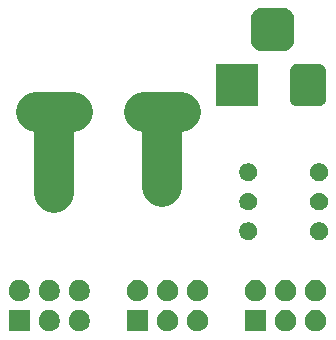
<source format=gbr>
G04 #@! TF.GenerationSoftware,KiCad,Pcbnew,5.1.5-52549c5~86~ubuntu16.04.1*
G04 #@! TF.CreationDate,2020-11-24T20:56:36+05:30*
G04 #@! TF.ProjectId,DC-DC 12V to 3.3V 5V Multi Output Voltage Conversion V1.0,44432d44-4320-4313-9256-20746f20332e,V1.0*
G04 #@! TF.SameCoordinates,Original*
G04 #@! TF.FileFunction,Soldermask,Bot*
G04 #@! TF.FilePolarity,Negative*
%FSLAX46Y46*%
G04 Gerber Fmt 4.6, Leading zero omitted, Abs format (unit mm)*
G04 Created by KiCad (PCBNEW 5.1.5-52549c5~86~ubuntu16.04.1) date 2020-11-24 20:56:36*
%MOMM*%
%LPD*%
G04 APERTURE LIST*
%ADD10C,3.400000*%
%ADD11C,0.100000*%
G04 APERTURE END LIST*
D10*
X142748000Y-85661500D02*
X145834100Y-85661500D01*
X144272000Y-85673800D02*
X144272000Y-91973800D01*
X133553200Y-85636100D02*
X136740900Y-85636100D01*
X135128000Y-85610300D02*
X135128000Y-92544900D01*
D11*
G36*
X153060000Y-104213300D02*
G01*
X151258000Y-104213300D01*
X151258000Y-102411300D01*
X153060000Y-102411300D01*
X153060000Y-104213300D01*
G37*
G36*
X157352512Y-102416227D02*
G01*
X157501812Y-102445924D01*
X157665784Y-102513844D01*
X157813354Y-102612447D01*
X157938853Y-102737946D01*
X158037456Y-102885516D01*
X158105376Y-103049488D01*
X158140000Y-103223559D01*
X158140000Y-103401041D01*
X158105376Y-103575112D01*
X158037456Y-103739084D01*
X157938853Y-103886654D01*
X157813354Y-104012153D01*
X157665784Y-104110756D01*
X157501812Y-104178676D01*
X157352512Y-104208373D01*
X157327742Y-104213300D01*
X157150258Y-104213300D01*
X157125488Y-104208373D01*
X156976188Y-104178676D01*
X156812216Y-104110756D01*
X156664646Y-104012153D01*
X156539147Y-103886654D01*
X156440544Y-103739084D01*
X156372624Y-103575112D01*
X156338000Y-103401041D01*
X156338000Y-103223559D01*
X156372624Y-103049488D01*
X156440544Y-102885516D01*
X156539147Y-102737946D01*
X156664646Y-102612447D01*
X156812216Y-102513844D01*
X156976188Y-102445924D01*
X157125488Y-102416227D01*
X157150258Y-102411300D01*
X157327742Y-102411300D01*
X157352512Y-102416227D01*
G37*
G36*
X133060000Y-104213300D02*
G01*
X131258000Y-104213300D01*
X131258000Y-102411300D01*
X133060000Y-102411300D01*
X133060000Y-104213300D01*
G37*
G36*
X134812512Y-102416227D02*
G01*
X134961812Y-102445924D01*
X135125784Y-102513844D01*
X135273354Y-102612447D01*
X135398853Y-102737946D01*
X135497456Y-102885516D01*
X135565376Y-103049488D01*
X135600000Y-103223559D01*
X135600000Y-103401041D01*
X135565376Y-103575112D01*
X135497456Y-103739084D01*
X135398853Y-103886654D01*
X135273354Y-104012153D01*
X135125784Y-104110756D01*
X134961812Y-104178676D01*
X134812512Y-104208373D01*
X134787742Y-104213300D01*
X134610258Y-104213300D01*
X134585488Y-104208373D01*
X134436188Y-104178676D01*
X134272216Y-104110756D01*
X134124646Y-104012153D01*
X133999147Y-103886654D01*
X133900544Y-103739084D01*
X133832624Y-103575112D01*
X133798000Y-103401041D01*
X133798000Y-103223559D01*
X133832624Y-103049488D01*
X133900544Y-102885516D01*
X133999147Y-102737946D01*
X134124646Y-102612447D01*
X134272216Y-102513844D01*
X134436188Y-102445924D01*
X134585488Y-102416227D01*
X134610258Y-102411300D01*
X134787742Y-102411300D01*
X134812512Y-102416227D01*
G37*
G36*
X137352512Y-102416227D02*
G01*
X137501812Y-102445924D01*
X137665784Y-102513844D01*
X137813354Y-102612447D01*
X137938853Y-102737946D01*
X138037456Y-102885516D01*
X138105376Y-103049488D01*
X138140000Y-103223559D01*
X138140000Y-103401041D01*
X138105376Y-103575112D01*
X138037456Y-103739084D01*
X137938853Y-103886654D01*
X137813354Y-104012153D01*
X137665784Y-104110756D01*
X137501812Y-104178676D01*
X137352512Y-104208373D01*
X137327742Y-104213300D01*
X137150258Y-104213300D01*
X137125488Y-104208373D01*
X136976188Y-104178676D01*
X136812216Y-104110756D01*
X136664646Y-104012153D01*
X136539147Y-103886654D01*
X136440544Y-103739084D01*
X136372624Y-103575112D01*
X136338000Y-103401041D01*
X136338000Y-103223559D01*
X136372624Y-103049488D01*
X136440544Y-102885516D01*
X136539147Y-102737946D01*
X136664646Y-102612447D01*
X136812216Y-102513844D01*
X136976188Y-102445924D01*
X137125488Y-102416227D01*
X137150258Y-102411300D01*
X137327742Y-102411300D01*
X137352512Y-102416227D01*
G37*
G36*
X143060000Y-104213300D02*
G01*
X141258000Y-104213300D01*
X141258000Y-102411300D01*
X143060000Y-102411300D01*
X143060000Y-104213300D01*
G37*
G36*
X144812512Y-102416227D02*
G01*
X144961812Y-102445924D01*
X145125784Y-102513844D01*
X145273354Y-102612447D01*
X145398853Y-102737946D01*
X145497456Y-102885516D01*
X145565376Y-103049488D01*
X145600000Y-103223559D01*
X145600000Y-103401041D01*
X145565376Y-103575112D01*
X145497456Y-103739084D01*
X145398853Y-103886654D01*
X145273354Y-104012153D01*
X145125784Y-104110756D01*
X144961812Y-104178676D01*
X144812512Y-104208373D01*
X144787742Y-104213300D01*
X144610258Y-104213300D01*
X144585488Y-104208373D01*
X144436188Y-104178676D01*
X144272216Y-104110756D01*
X144124646Y-104012153D01*
X143999147Y-103886654D01*
X143900544Y-103739084D01*
X143832624Y-103575112D01*
X143798000Y-103401041D01*
X143798000Y-103223559D01*
X143832624Y-103049488D01*
X143900544Y-102885516D01*
X143999147Y-102737946D01*
X144124646Y-102612447D01*
X144272216Y-102513844D01*
X144436188Y-102445924D01*
X144585488Y-102416227D01*
X144610258Y-102411300D01*
X144787742Y-102411300D01*
X144812512Y-102416227D01*
G37*
G36*
X147352512Y-102416227D02*
G01*
X147501812Y-102445924D01*
X147665784Y-102513844D01*
X147813354Y-102612447D01*
X147938853Y-102737946D01*
X148037456Y-102885516D01*
X148105376Y-103049488D01*
X148140000Y-103223559D01*
X148140000Y-103401041D01*
X148105376Y-103575112D01*
X148037456Y-103739084D01*
X147938853Y-103886654D01*
X147813354Y-104012153D01*
X147665784Y-104110756D01*
X147501812Y-104178676D01*
X147352512Y-104208373D01*
X147327742Y-104213300D01*
X147150258Y-104213300D01*
X147125488Y-104208373D01*
X146976188Y-104178676D01*
X146812216Y-104110756D01*
X146664646Y-104012153D01*
X146539147Y-103886654D01*
X146440544Y-103739084D01*
X146372624Y-103575112D01*
X146338000Y-103401041D01*
X146338000Y-103223559D01*
X146372624Y-103049488D01*
X146440544Y-102885516D01*
X146539147Y-102737946D01*
X146664646Y-102612447D01*
X146812216Y-102513844D01*
X146976188Y-102445924D01*
X147125488Y-102416227D01*
X147150258Y-102411300D01*
X147327742Y-102411300D01*
X147352512Y-102416227D01*
G37*
G36*
X154812512Y-102416227D02*
G01*
X154961812Y-102445924D01*
X155125784Y-102513844D01*
X155273354Y-102612447D01*
X155398853Y-102737946D01*
X155497456Y-102885516D01*
X155565376Y-103049488D01*
X155600000Y-103223559D01*
X155600000Y-103401041D01*
X155565376Y-103575112D01*
X155497456Y-103739084D01*
X155398853Y-103886654D01*
X155273354Y-104012153D01*
X155125784Y-104110756D01*
X154961812Y-104178676D01*
X154812512Y-104208373D01*
X154787742Y-104213300D01*
X154610258Y-104213300D01*
X154585488Y-104208373D01*
X154436188Y-104178676D01*
X154272216Y-104110756D01*
X154124646Y-104012153D01*
X153999147Y-103886654D01*
X153900544Y-103739084D01*
X153832624Y-103575112D01*
X153798000Y-103401041D01*
X153798000Y-103223559D01*
X153832624Y-103049488D01*
X153900544Y-102885516D01*
X153999147Y-102737946D01*
X154124646Y-102612447D01*
X154272216Y-102513844D01*
X154436188Y-102445924D01*
X154585488Y-102416227D01*
X154610258Y-102411300D01*
X154787742Y-102411300D01*
X154812512Y-102416227D01*
G37*
G36*
X137352512Y-99876227D02*
G01*
X137501812Y-99905924D01*
X137665784Y-99973844D01*
X137813354Y-100072447D01*
X137938853Y-100197946D01*
X138037456Y-100345516D01*
X138105376Y-100509488D01*
X138140000Y-100683559D01*
X138140000Y-100861041D01*
X138105376Y-101035112D01*
X138037456Y-101199084D01*
X137938853Y-101346654D01*
X137813354Y-101472153D01*
X137665784Y-101570756D01*
X137501812Y-101638676D01*
X137352512Y-101668373D01*
X137327742Y-101673300D01*
X137150258Y-101673300D01*
X137125488Y-101668373D01*
X136976188Y-101638676D01*
X136812216Y-101570756D01*
X136664646Y-101472153D01*
X136539147Y-101346654D01*
X136440544Y-101199084D01*
X136372624Y-101035112D01*
X136338000Y-100861041D01*
X136338000Y-100683559D01*
X136372624Y-100509488D01*
X136440544Y-100345516D01*
X136539147Y-100197946D01*
X136664646Y-100072447D01*
X136812216Y-99973844D01*
X136976188Y-99905924D01*
X137125488Y-99876227D01*
X137150258Y-99871300D01*
X137327742Y-99871300D01*
X137352512Y-99876227D01*
G37*
G36*
X147352512Y-99876227D02*
G01*
X147501812Y-99905924D01*
X147665784Y-99973844D01*
X147813354Y-100072447D01*
X147938853Y-100197946D01*
X148037456Y-100345516D01*
X148105376Y-100509488D01*
X148140000Y-100683559D01*
X148140000Y-100861041D01*
X148105376Y-101035112D01*
X148037456Y-101199084D01*
X147938853Y-101346654D01*
X147813354Y-101472153D01*
X147665784Y-101570756D01*
X147501812Y-101638676D01*
X147352512Y-101668373D01*
X147327742Y-101673300D01*
X147150258Y-101673300D01*
X147125488Y-101668373D01*
X146976188Y-101638676D01*
X146812216Y-101570756D01*
X146664646Y-101472153D01*
X146539147Y-101346654D01*
X146440544Y-101199084D01*
X146372624Y-101035112D01*
X146338000Y-100861041D01*
X146338000Y-100683559D01*
X146372624Y-100509488D01*
X146440544Y-100345516D01*
X146539147Y-100197946D01*
X146664646Y-100072447D01*
X146812216Y-99973844D01*
X146976188Y-99905924D01*
X147125488Y-99876227D01*
X147150258Y-99871300D01*
X147327742Y-99871300D01*
X147352512Y-99876227D01*
G37*
G36*
X144812512Y-99876227D02*
G01*
X144961812Y-99905924D01*
X145125784Y-99973844D01*
X145273354Y-100072447D01*
X145398853Y-100197946D01*
X145497456Y-100345516D01*
X145565376Y-100509488D01*
X145600000Y-100683559D01*
X145600000Y-100861041D01*
X145565376Y-101035112D01*
X145497456Y-101199084D01*
X145398853Y-101346654D01*
X145273354Y-101472153D01*
X145125784Y-101570756D01*
X144961812Y-101638676D01*
X144812512Y-101668373D01*
X144787742Y-101673300D01*
X144610258Y-101673300D01*
X144585488Y-101668373D01*
X144436188Y-101638676D01*
X144272216Y-101570756D01*
X144124646Y-101472153D01*
X143999147Y-101346654D01*
X143900544Y-101199084D01*
X143832624Y-101035112D01*
X143798000Y-100861041D01*
X143798000Y-100683559D01*
X143832624Y-100509488D01*
X143900544Y-100345516D01*
X143999147Y-100197946D01*
X144124646Y-100072447D01*
X144272216Y-99973844D01*
X144436188Y-99905924D01*
X144585488Y-99876227D01*
X144610258Y-99871300D01*
X144787742Y-99871300D01*
X144812512Y-99876227D01*
G37*
G36*
X142272512Y-99876227D02*
G01*
X142421812Y-99905924D01*
X142585784Y-99973844D01*
X142733354Y-100072447D01*
X142858853Y-100197946D01*
X142957456Y-100345516D01*
X143025376Y-100509488D01*
X143060000Y-100683559D01*
X143060000Y-100861041D01*
X143025376Y-101035112D01*
X142957456Y-101199084D01*
X142858853Y-101346654D01*
X142733354Y-101472153D01*
X142585784Y-101570756D01*
X142421812Y-101638676D01*
X142272512Y-101668373D01*
X142247742Y-101673300D01*
X142070258Y-101673300D01*
X142045488Y-101668373D01*
X141896188Y-101638676D01*
X141732216Y-101570756D01*
X141584646Y-101472153D01*
X141459147Y-101346654D01*
X141360544Y-101199084D01*
X141292624Y-101035112D01*
X141258000Y-100861041D01*
X141258000Y-100683559D01*
X141292624Y-100509488D01*
X141360544Y-100345516D01*
X141459147Y-100197946D01*
X141584646Y-100072447D01*
X141732216Y-99973844D01*
X141896188Y-99905924D01*
X142045488Y-99876227D01*
X142070258Y-99871300D01*
X142247742Y-99871300D01*
X142272512Y-99876227D01*
G37*
G36*
X152272512Y-99876227D02*
G01*
X152421812Y-99905924D01*
X152585784Y-99973844D01*
X152733354Y-100072447D01*
X152858853Y-100197946D01*
X152957456Y-100345516D01*
X153025376Y-100509488D01*
X153060000Y-100683559D01*
X153060000Y-100861041D01*
X153025376Y-101035112D01*
X152957456Y-101199084D01*
X152858853Y-101346654D01*
X152733354Y-101472153D01*
X152585784Y-101570756D01*
X152421812Y-101638676D01*
X152272512Y-101668373D01*
X152247742Y-101673300D01*
X152070258Y-101673300D01*
X152045488Y-101668373D01*
X151896188Y-101638676D01*
X151732216Y-101570756D01*
X151584646Y-101472153D01*
X151459147Y-101346654D01*
X151360544Y-101199084D01*
X151292624Y-101035112D01*
X151258000Y-100861041D01*
X151258000Y-100683559D01*
X151292624Y-100509488D01*
X151360544Y-100345516D01*
X151459147Y-100197946D01*
X151584646Y-100072447D01*
X151732216Y-99973844D01*
X151896188Y-99905924D01*
X152045488Y-99876227D01*
X152070258Y-99871300D01*
X152247742Y-99871300D01*
X152272512Y-99876227D01*
G37*
G36*
X134812512Y-99876227D02*
G01*
X134961812Y-99905924D01*
X135125784Y-99973844D01*
X135273354Y-100072447D01*
X135398853Y-100197946D01*
X135497456Y-100345516D01*
X135565376Y-100509488D01*
X135600000Y-100683559D01*
X135600000Y-100861041D01*
X135565376Y-101035112D01*
X135497456Y-101199084D01*
X135398853Y-101346654D01*
X135273354Y-101472153D01*
X135125784Y-101570756D01*
X134961812Y-101638676D01*
X134812512Y-101668373D01*
X134787742Y-101673300D01*
X134610258Y-101673300D01*
X134585488Y-101668373D01*
X134436188Y-101638676D01*
X134272216Y-101570756D01*
X134124646Y-101472153D01*
X133999147Y-101346654D01*
X133900544Y-101199084D01*
X133832624Y-101035112D01*
X133798000Y-100861041D01*
X133798000Y-100683559D01*
X133832624Y-100509488D01*
X133900544Y-100345516D01*
X133999147Y-100197946D01*
X134124646Y-100072447D01*
X134272216Y-99973844D01*
X134436188Y-99905924D01*
X134585488Y-99876227D01*
X134610258Y-99871300D01*
X134787742Y-99871300D01*
X134812512Y-99876227D01*
G37*
G36*
X154812512Y-99876227D02*
G01*
X154961812Y-99905924D01*
X155125784Y-99973844D01*
X155273354Y-100072447D01*
X155398853Y-100197946D01*
X155497456Y-100345516D01*
X155565376Y-100509488D01*
X155600000Y-100683559D01*
X155600000Y-100861041D01*
X155565376Y-101035112D01*
X155497456Y-101199084D01*
X155398853Y-101346654D01*
X155273354Y-101472153D01*
X155125784Y-101570756D01*
X154961812Y-101638676D01*
X154812512Y-101668373D01*
X154787742Y-101673300D01*
X154610258Y-101673300D01*
X154585488Y-101668373D01*
X154436188Y-101638676D01*
X154272216Y-101570756D01*
X154124646Y-101472153D01*
X153999147Y-101346654D01*
X153900544Y-101199084D01*
X153832624Y-101035112D01*
X153798000Y-100861041D01*
X153798000Y-100683559D01*
X153832624Y-100509488D01*
X153900544Y-100345516D01*
X153999147Y-100197946D01*
X154124646Y-100072447D01*
X154272216Y-99973844D01*
X154436188Y-99905924D01*
X154585488Y-99876227D01*
X154610258Y-99871300D01*
X154787742Y-99871300D01*
X154812512Y-99876227D01*
G37*
G36*
X132272512Y-99876227D02*
G01*
X132421812Y-99905924D01*
X132585784Y-99973844D01*
X132733354Y-100072447D01*
X132858853Y-100197946D01*
X132957456Y-100345516D01*
X133025376Y-100509488D01*
X133060000Y-100683559D01*
X133060000Y-100861041D01*
X133025376Y-101035112D01*
X132957456Y-101199084D01*
X132858853Y-101346654D01*
X132733354Y-101472153D01*
X132585784Y-101570756D01*
X132421812Y-101638676D01*
X132272512Y-101668373D01*
X132247742Y-101673300D01*
X132070258Y-101673300D01*
X132045488Y-101668373D01*
X131896188Y-101638676D01*
X131732216Y-101570756D01*
X131584646Y-101472153D01*
X131459147Y-101346654D01*
X131360544Y-101199084D01*
X131292624Y-101035112D01*
X131258000Y-100861041D01*
X131258000Y-100683559D01*
X131292624Y-100509488D01*
X131360544Y-100345516D01*
X131459147Y-100197946D01*
X131584646Y-100072447D01*
X131732216Y-99973844D01*
X131896188Y-99905924D01*
X132045488Y-99876227D01*
X132070258Y-99871300D01*
X132247742Y-99871300D01*
X132272512Y-99876227D01*
G37*
G36*
X157352512Y-99876227D02*
G01*
X157501812Y-99905924D01*
X157665784Y-99973844D01*
X157813354Y-100072447D01*
X157938853Y-100197946D01*
X158037456Y-100345516D01*
X158105376Y-100509488D01*
X158140000Y-100683559D01*
X158140000Y-100861041D01*
X158105376Y-101035112D01*
X158037456Y-101199084D01*
X157938853Y-101346654D01*
X157813354Y-101472153D01*
X157665784Y-101570756D01*
X157501812Y-101638676D01*
X157352512Y-101668373D01*
X157327742Y-101673300D01*
X157150258Y-101673300D01*
X157125488Y-101668373D01*
X156976188Y-101638676D01*
X156812216Y-101570756D01*
X156664646Y-101472153D01*
X156539147Y-101346654D01*
X156440544Y-101199084D01*
X156372624Y-101035112D01*
X156338000Y-100861041D01*
X156338000Y-100683559D01*
X156372624Y-100509488D01*
X156440544Y-100345516D01*
X156539147Y-100197946D01*
X156664646Y-100072447D01*
X156812216Y-99973844D01*
X156976188Y-99905924D01*
X157125488Y-99876227D01*
X157150258Y-99871300D01*
X157327742Y-99871300D01*
X157352512Y-99876227D01*
G37*
G36*
X157755459Y-95006660D02*
G01*
X157892132Y-95063272D01*
X158015135Y-95145460D01*
X158119740Y-95250065D01*
X158201928Y-95373068D01*
X158258540Y-95509741D01*
X158287400Y-95654833D01*
X158287400Y-95802767D01*
X158258540Y-95947859D01*
X158201928Y-96084532D01*
X158119740Y-96207535D01*
X158015135Y-96312140D01*
X157892132Y-96394328D01*
X157892131Y-96394329D01*
X157892130Y-96394329D01*
X157755459Y-96450940D01*
X157610368Y-96479800D01*
X157462432Y-96479800D01*
X157317341Y-96450940D01*
X157180670Y-96394329D01*
X157180669Y-96394329D01*
X157180668Y-96394328D01*
X157057665Y-96312140D01*
X156953060Y-96207535D01*
X156870872Y-96084532D01*
X156814260Y-95947859D01*
X156785400Y-95802767D01*
X156785400Y-95654833D01*
X156814260Y-95509741D01*
X156870872Y-95373068D01*
X156953060Y-95250065D01*
X157057665Y-95145460D01*
X157180668Y-95063272D01*
X157317341Y-95006660D01*
X157462432Y-94977800D01*
X157610368Y-94977800D01*
X157755459Y-95006660D01*
G37*
G36*
X151755459Y-95006660D02*
G01*
X151892132Y-95063272D01*
X152015135Y-95145460D01*
X152119740Y-95250065D01*
X152201928Y-95373068D01*
X152258540Y-95509741D01*
X152287400Y-95654833D01*
X152287400Y-95802767D01*
X152258540Y-95947859D01*
X152201928Y-96084532D01*
X152119740Y-96207535D01*
X152015135Y-96312140D01*
X151892132Y-96394328D01*
X151892131Y-96394329D01*
X151892130Y-96394329D01*
X151755459Y-96450940D01*
X151610368Y-96479800D01*
X151462432Y-96479800D01*
X151317341Y-96450940D01*
X151180670Y-96394329D01*
X151180669Y-96394329D01*
X151180668Y-96394328D01*
X151057665Y-96312140D01*
X150953060Y-96207535D01*
X150870872Y-96084532D01*
X150814260Y-95947859D01*
X150785400Y-95802767D01*
X150785400Y-95654833D01*
X150814260Y-95509741D01*
X150870872Y-95373068D01*
X150953060Y-95250065D01*
X151057665Y-95145460D01*
X151180668Y-95063272D01*
X151317341Y-95006660D01*
X151462432Y-94977800D01*
X151610368Y-94977800D01*
X151755459Y-95006660D01*
G37*
G36*
X151755459Y-92506660D02*
G01*
X151892132Y-92563272D01*
X152015135Y-92645460D01*
X152119740Y-92750065D01*
X152201928Y-92873068D01*
X152258540Y-93009741D01*
X152287400Y-93154833D01*
X152287400Y-93302767D01*
X152258540Y-93447859D01*
X152201928Y-93584532D01*
X152119740Y-93707535D01*
X152015135Y-93812140D01*
X151892132Y-93894328D01*
X151892131Y-93894329D01*
X151892130Y-93894329D01*
X151755459Y-93950940D01*
X151610368Y-93979800D01*
X151462432Y-93979800D01*
X151317341Y-93950940D01*
X151180670Y-93894329D01*
X151180669Y-93894329D01*
X151180668Y-93894328D01*
X151057665Y-93812140D01*
X150953060Y-93707535D01*
X150870872Y-93584532D01*
X150814260Y-93447859D01*
X150785400Y-93302767D01*
X150785400Y-93154833D01*
X150814260Y-93009741D01*
X150870872Y-92873068D01*
X150953060Y-92750065D01*
X151057665Y-92645460D01*
X151180668Y-92563272D01*
X151317341Y-92506660D01*
X151462432Y-92477800D01*
X151610368Y-92477800D01*
X151755459Y-92506660D01*
G37*
G36*
X157755459Y-92506660D02*
G01*
X157892132Y-92563272D01*
X158015135Y-92645460D01*
X158119740Y-92750065D01*
X158201928Y-92873068D01*
X158258540Y-93009741D01*
X158287400Y-93154833D01*
X158287400Y-93302767D01*
X158258540Y-93447859D01*
X158201928Y-93584532D01*
X158119740Y-93707535D01*
X158015135Y-93812140D01*
X157892132Y-93894328D01*
X157892131Y-93894329D01*
X157892130Y-93894329D01*
X157755459Y-93950940D01*
X157610368Y-93979800D01*
X157462432Y-93979800D01*
X157317341Y-93950940D01*
X157180670Y-93894329D01*
X157180669Y-93894329D01*
X157180668Y-93894328D01*
X157057665Y-93812140D01*
X156953060Y-93707535D01*
X156870872Y-93584532D01*
X156814260Y-93447859D01*
X156785400Y-93302767D01*
X156785400Y-93154833D01*
X156814260Y-93009741D01*
X156870872Y-92873068D01*
X156953060Y-92750065D01*
X157057665Y-92645460D01*
X157180668Y-92563272D01*
X157317341Y-92506660D01*
X157462432Y-92477800D01*
X157610368Y-92477800D01*
X157755459Y-92506660D01*
G37*
G36*
X151755459Y-90006660D02*
G01*
X151892132Y-90063272D01*
X152015135Y-90145460D01*
X152119740Y-90250065D01*
X152201928Y-90373068D01*
X152258540Y-90509741D01*
X152287400Y-90654833D01*
X152287400Y-90802767D01*
X152258540Y-90947859D01*
X152201928Y-91084532D01*
X152119740Y-91207535D01*
X152015135Y-91312140D01*
X151892132Y-91394328D01*
X151892131Y-91394329D01*
X151892130Y-91394329D01*
X151755459Y-91450940D01*
X151610368Y-91479800D01*
X151462432Y-91479800D01*
X151317341Y-91450940D01*
X151180670Y-91394329D01*
X151180669Y-91394329D01*
X151180668Y-91394328D01*
X151057665Y-91312140D01*
X150953060Y-91207535D01*
X150870872Y-91084532D01*
X150814260Y-90947859D01*
X150785400Y-90802767D01*
X150785400Y-90654833D01*
X150814260Y-90509741D01*
X150870872Y-90373068D01*
X150953060Y-90250065D01*
X151057665Y-90145460D01*
X151180668Y-90063272D01*
X151317341Y-90006660D01*
X151462432Y-89977800D01*
X151610368Y-89977800D01*
X151755459Y-90006660D01*
G37*
G36*
X157755459Y-90006660D02*
G01*
X157892132Y-90063272D01*
X158015135Y-90145460D01*
X158119740Y-90250065D01*
X158201928Y-90373068D01*
X158258540Y-90509741D01*
X158287400Y-90654833D01*
X158287400Y-90802767D01*
X158258540Y-90947859D01*
X158201928Y-91084532D01*
X158119740Y-91207535D01*
X158015135Y-91312140D01*
X157892132Y-91394328D01*
X157892131Y-91394329D01*
X157892130Y-91394329D01*
X157755459Y-91450940D01*
X157610368Y-91479800D01*
X157462432Y-91479800D01*
X157317341Y-91450940D01*
X157180670Y-91394329D01*
X157180669Y-91394329D01*
X157180668Y-91394328D01*
X157057665Y-91312140D01*
X156953060Y-91207535D01*
X156870872Y-91084532D01*
X156814260Y-90947859D01*
X156785400Y-90802767D01*
X156785400Y-90654833D01*
X156814260Y-90509741D01*
X156870872Y-90373068D01*
X156953060Y-90250065D01*
X157057665Y-90145460D01*
X157180668Y-90063272D01*
X157317341Y-90006660D01*
X157462432Y-89977800D01*
X157610368Y-89977800D01*
X157755459Y-90006660D01*
G37*
G36*
X152397600Y-85163800D02*
G01*
X148795600Y-85163800D01*
X148795600Y-81561800D01*
X152397600Y-81561800D01*
X152397600Y-85163800D01*
G37*
G36*
X157573579Y-81576093D02*
G01*
X157707225Y-81616634D01*
X157830384Y-81682464D01*
X157938340Y-81771060D01*
X158026936Y-81879016D01*
X158092766Y-82002175D01*
X158133307Y-82135821D01*
X158147600Y-82280940D01*
X158147600Y-84444660D01*
X158133307Y-84589779D01*
X158092766Y-84723425D01*
X158026936Y-84846584D01*
X157938340Y-84954540D01*
X157830384Y-85043136D01*
X157707225Y-85108966D01*
X157573579Y-85149507D01*
X157428460Y-85163800D01*
X155764740Y-85163800D01*
X155619621Y-85149507D01*
X155485975Y-85108966D01*
X155362816Y-85043136D01*
X155254860Y-84954540D01*
X155166264Y-84846584D01*
X155100434Y-84723425D01*
X155059893Y-84589779D01*
X155045600Y-84444660D01*
X155045600Y-82280940D01*
X155059893Y-82135821D01*
X155100434Y-82002175D01*
X155166264Y-81879016D01*
X155254860Y-81771060D01*
X155362816Y-81682464D01*
X155485975Y-81616634D01*
X155619621Y-81576093D01*
X155764740Y-81561800D01*
X157428460Y-81561800D01*
X157573579Y-81576093D01*
G37*
G36*
X154722966Y-76878495D02*
G01*
X154880060Y-76926149D01*
X155024831Y-77003531D01*
X155151728Y-77107672D01*
X155255869Y-77234569D01*
X155333251Y-77379340D01*
X155380905Y-77536434D01*
X155397600Y-77705940D01*
X155397600Y-79619660D01*
X155380905Y-79789166D01*
X155333251Y-79946260D01*
X155255869Y-80091031D01*
X155151728Y-80217928D01*
X155024831Y-80322069D01*
X154880060Y-80399451D01*
X154722966Y-80447105D01*
X154553460Y-80463800D01*
X152639740Y-80463800D01*
X152470234Y-80447105D01*
X152313140Y-80399451D01*
X152168369Y-80322069D01*
X152041472Y-80217928D01*
X151937331Y-80091031D01*
X151859949Y-79946260D01*
X151812295Y-79789166D01*
X151795600Y-79619660D01*
X151795600Y-77705940D01*
X151812295Y-77536434D01*
X151859949Y-77379340D01*
X151937331Y-77234569D01*
X152041472Y-77107672D01*
X152168369Y-77003531D01*
X152313140Y-76926149D01*
X152470234Y-76878495D01*
X152639740Y-76861800D01*
X154553460Y-76861800D01*
X154722966Y-76878495D01*
G37*
M02*

</source>
